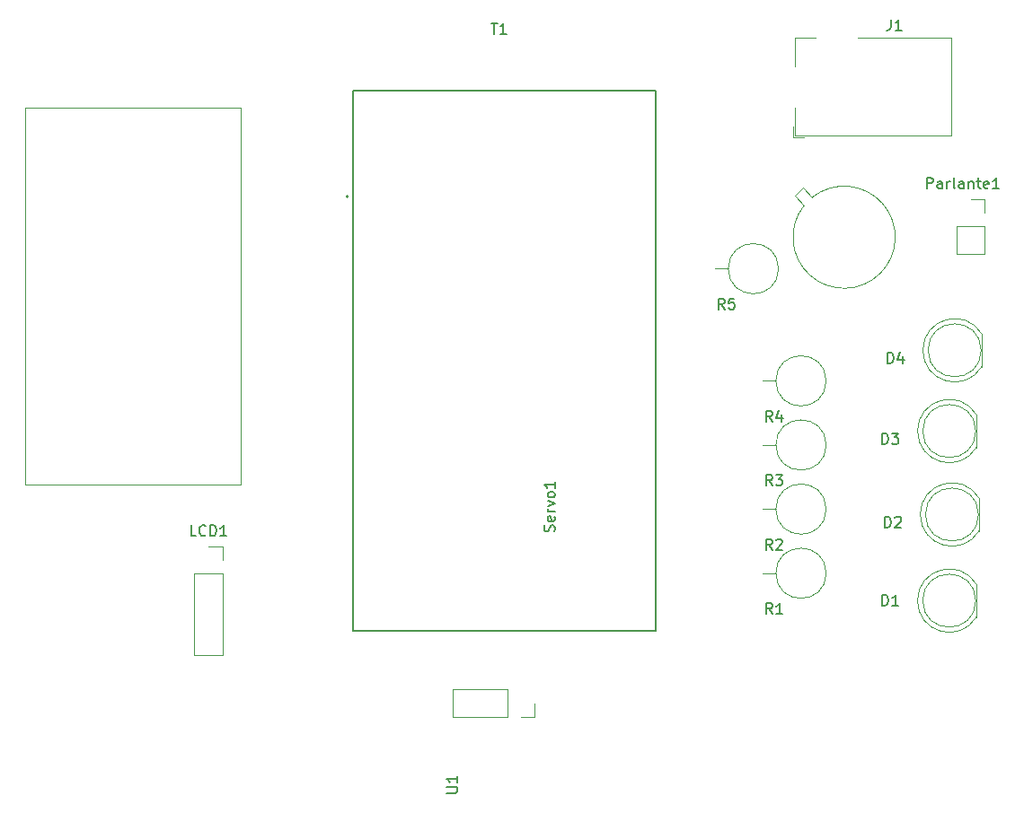
<source format=gbr>
%TF.GenerationSoftware,KiCad,Pcbnew,7.0.8*%
%TF.CreationDate,2023-11-17T11:36:36-05:00*%
%TF.ProjectId,PCB Basurainador,50434220-4261-4737-9572-61696e61646f,rev?*%
%TF.SameCoordinates,Original*%
%TF.FileFunction,Legend,Top*%
%TF.FilePolarity,Positive*%
%FSLAX46Y46*%
G04 Gerber Fmt 4.6, Leading zero omitted, Abs format (unit mm)*
G04 Created by KiCad (PCBNEW 7.0.8) date 2023-11-17 11:36:36*
%MOMM*%
%LPD*%
G01*
G04 APERTURE LIST*
%ADD10C,0.150000*%
%ADD11C,0.120000*%
%ADD12C,0.100000*%
%ADD13C,0.127000*%
%ADD14C,0.200000*%
G04 APERTURE END LIST*
D10*
X98212333Y-69783819D02*
X97879000Y-69307628D01*
X97640905Y-69783819D02*
X97640905Y-68783819D01*
X97640905Y-68783819D02*
X98021857Y-68783819D01*
X98021857Y-68783819D02*
X98117095Y-68831438D01*
X98117095Y-68831438D02*
X98164714Y-68879057D01*
X98164714Y-68879057D02*
X98212333Y-68974295D01*
X98212333Y-68974295D02*
X98212333Y-69117152D01*
X98212333Y-69117152D02*
X98164714Y-69212390D01*
X98164714Y-69212390D02*
X98117095Y-69260009D01*
X98117095Y-69260009D02*
X98021857Y-69307628D01*
X98021857Y-69307628D02*
X97640905Y-69307628D01*
X99117095Y-68783819D02*
X98640905Y-68783819D01*
X98640905Y-68783819D02*
X98593286Y-69260009D01*
X98593286Y-69260009D02*
X98640905Y-69212390D01*
X98640905Y-69212390D02*
X98736143Y-69164771D01*
X98736143Y-69164771D02*
X98974238Y-69164771D01*
X98974238Y-69164771D02*
X99069476Y-69212390D01*
X99069476Y-69212390D02*
X99117095Y-69260009D01*
X99117095Y-69260009D02*
X99164714Y-69355247D01*
X99164714Y-69355247D02*
X99164714Y-69593342D01*
X99164714Y-69593342D02*
X99117095Y-69688580D01*
X99117095Y-69688580D02*
X99069476Y-69736200D01*
X99069476Y-69736200D02*
X98974238Y-69783819D01*
X98974238Y-69783819D02*
X98736143Y-69783819D01*
X98736143Y-69783819D02*
X98640905Y-69736200D01*
X98640905Y-69736200D02*
X98593286Y-69688580D01*
X102703333Y-98520819D02*
X102370000Y-98044628D01*
X102131905Y-98520819D02*
X102131905Y-97520819D01*
X102131905Y-97520819D02*
X102512857Y-97520819D01*
X102512857Y-97520819D02*
X102608095Y-97568438D01*
X102608095Y-97568438D02*
X102655714Y-97616057D01*
X102655714Y-97616057D02*
X102703333Y-97711295D01*
X102703333Y-97711295D02*
X102703333Y-97854152D01*
X102703333Y-97854152D02*
X102655714Y-97949390D01*
X102655714Y-97949390D02*
X102608095Y-97997009D01*
X102608095Y-97997009D02*
X102512857Y-98044628D01*
X102512857Y-98044628D02*
X102131905Y-98044628D01*
X103655714Y-98520819D02*
X103084286Y-98520819D01*
X103370000Y-98520819D02*
X103370000Y-97520819D01*
X103370000Y-97520819D02*
X103274762Y-97663676D01*
X103274762Y-97663676D02*
X103179524Y-97758914D01*
X103179524Y-97758914D02*
X103084286Y-97806533D01*
X102703333Y-92470819D02*
X102370000Y-91994628D01*
X102131905Y-92470819D02*
X102131905Y-91470819D01*
X102131905Y-91470819D02*
X102512857Y-91470819D01*
X102512857Y-91470819D02*
X102608095Y-91518438D01*
X102608095Y-91518438D02*
X102655714Y-91566057D01*
X102655714Y-91566057D02*
X102703333Y-91661295D01*
X102703333Y-91661295D02*
X102703333Y-91804152D01*
X102703333Y-91804152D02*
X102655714Y-91899390D01*
X102655714Y-91899390D02*
X102608095Y-91947009D01*
X102608095Y-91947009D02*
X102512857Y-91994628D01*
X102512857Y-91994628D02*
X102131905Y-91994628D01*
X103084286Y-91566057D02*
X103131905Y-91518438D01*
X103131905Y-91518438D02*
X103227143Y-91470819D01*
X103227143Y-91470819D02*
X103465238Y-91470819D01*
X103465238Y-91470819D02*
X103560476Y-91518438D01*
X103560476Y-91518438D02*
X103608095Y-91566057D01*
X103608095Y-91566057D02*
X103655714Y-91661295D01*
X103655714Y-91661295D02*
X103655714Y-91756533D01*
X103655714Y-91756533D02*
X103608095Y-91899390D01*
X103608095Y-91899390D02*
X103036667Y-92470819D01*
X103036667Y-92470819D02*
X103655714Y-92470819D01*
X113312905Y-90370819D02*
X113312905Y-89370819D01*
X113312905Y-89370819D02*
X113551000Y-89370819D01*
X113551000Y-89370819D02*
X113693857Y-89418438D01*
X113693857Y-89418438D02*
X113789095Y-89513676D01*
X113789095Y-89513676D02*
X113836714Y-89608914D01*
X113836714Y-89608914D02*
X113884333Y-89799390D01*
X113884333Y-89799390D02*
X113884333Y-89942247D01*
X113884333Y-89942247D02*
X113836714Y-90132723D01*
X113836714Y-90132723D02*
X113789095Y-90227961D01*
X113789095Y-90227961D02*
X113693857Y-90323200D01*
X113693857Y-90323200D02*
X113551000Y-90370819D01*
X113551000Y-90370819D02*
X113312905Y-90370819D01*
X114265286Y-89466057D02*
X114312905Y-89418438D01*
X114312905Y-89418438D02*
X114408143Y-89370819D01*
X114408143Y-89370819D02*
X114646238Y-89370819D01*
X114646238Y-89370819D02*
X114741476Y-89418438D01*
X114741476Y-89418438D02*
X114789095Y-89466057D01*
X114789095Y-89466057D02*
X114836714Y-89561295D01*
X114836714Y-89561295D02*
X114836714Y-89656533D01*
X114836714Y-89656533D02*
X114789095Y-89799390D01*
X114789095Y-89799390D02*
X114217667Y-90370819D01*
X114217667Y-90370819D02*
X114836714Y-90370819D01*
X76202095Y-42821819D02*
X76773523Y-42821819D01*
X76487809Y-43821819D02*
X76487809Y-42821819D01*
X77630666Y-43821819D02*
X77059238Y-43821819D01*
X77344952Y-43821819D02*
X77344952Y-42821819D01*
X77344952Y-42821819D02*
X77249714Y-42964676D01*
X77249714Y-42964676D02*
X77154476Y-43059914D01*
X77154476Y-43059914D02*
X77059238Y-43107533D01*
X72011819Y-115415904D02*
X72821342Y-115415904D01*
X72821342Y-115415904D02*
X72916580Y-115368285D01*
X72916580Y-115368285D02*
X72964200Y-115320666D01*
X72964200Y-115320666D02*
X73011819Y-115225428D01*
X73011819Y-115225428D02*
X73011819Y-115034952D01*
X73011819Y-115034952D02*
X72964200Y-114939714D01*
X72964200Y-114939714D02*
X72916580Y-114892095D01*
X72916580Y-114892095D02*
X72821342Y-114844476D01*
X72821342Y-114844476D02*
X72011819Y-114844476D01*
X73011819Y-113844476D02*
X73011819Y-114415904D01*
X73011819Y-114130190D02*
X72011819Y-114130190D01*
X72011819Y-114130190D02*
X72154676Y-114225428D01*
X72154676Y-114225428D02*
X72249914Y-114320666D01*
X72249914Y-114320666D02*
X72297533Y-114415904D01*
X102703333Y-80370819D02*
X102370000Y-79894628D01*
X102131905Y-80370819D02*
X102131905Y-79370819D01*
X102131905Y-79370819D02*
X102512857Y-79370819D01*
X102512857Y-79370819D02*
X102608095Y-79418438D01*
X102608095Y-79418438D02*
X102655714Y-79466057D01*
X102655714Y-79466057D02*
X102703333Y-79561295D01*
X102703333Y-79561295D02*
X102703333Y-79704152D01*
X102703333Y-79704152D02*
X102655714Y-79799390D01*
X102655714Y-79799390D02*
X102608095Y-79847009D01*
X102608095Y-79847009D02*
X102512857Y-79894628D01*
X102512857Y-79894628D02*
X102131905Y-79894628D01*
X103560476Y-79704152D02*
X103560476Y-80370819D01*
X103322381Y-79323200D02*
X103084286Y-80037485D01*
X103084286Y-80037485D02*
X103703333Y-80037485D01*
X113561905Y-74876819D02*
X113561905Y-73876819D01*
X113561905Y-73876819D02*
X113800000Y-73876819D01*
X113800000Y-73876819D02*
X113942857Y-73924438D01*
X113942857Y-73924438D02*
X114038095Y-74019676D01*
X114038095Y-74019676D02*
X114085714Y-74114914D01*
X114085714Y-74114914D02*
X114133333Y-74305390D01*
X114133333Y-74305390D02*
X114133333Y-74448247D01*
X114133333Y-74448247D02*
X114085714Y-74638723D01*
X114085714Y-74638723D02*
X114038095Y-74733961D01*
X114038095Y-74733961D02*
X113942857Y-74829200D01*
X113942857Y-74829200D02*
X113800000Y-74876819D01*
X113800000Y-74876819D02*
X113561905Y-74876819D01*
X114990476Y-74210152D02*
X114990476Y-74876819D01*
X114752381Y-73829200D02*
X114514286Y-74543485D01*
X114514286Y-74543485D02*
X115133333Y-74543485D01*
X48388333Y-91166819D02*
X47912143Y-91166819D01*
X47912143Y-91166819D02*
X47912143Y-90166819D01*
X49293095Y-91071580D02*
X49245476Y-91119200D01*
X49245476Y-91119200D02*
X49102619Y-91166819D01*
X49102619Y-91166819D02*
X49007381Y-91166819D01*
X49007381Y-91166819D02*
X48864524Y-91119200D01*
X48864524Y-91119200D02*
X48769286Y-91023961D01*
X48769286Y-91023961D02*
X48721667Y-90928723D01*
X48721667Y-90928723D02*
X48674048Y-90738247D01*
X48674048Y-90738247D02*
X48674048Y-90595390D01*
X48674048Y-90595390D02*
X48721667Y-90404914D01*
X48721667Y-90404914D02*
X48769286Y-90309676D01*
X48769286Y-90309676D02*
X48864524Y-90214438D01*
X48864524Y-90214438D02*
X49007381Y-90166819D01*
X49007381Y-90166819D02*
X49102619Y-90166819D01*
X49102619Y-90166819D02*
X49245476Y-90214438D01*
X49245476Y-90214438D02*
X49293095Y-90262057D01*
X49721667Y-91166819D02*
X49721667Y-90166819D01*
X49721667Y-90166819D02*
X49959762Y-90166819D01*
X49959762Y-90166819D02*
X50102619Y-90214438D01*
X50102619Y-90214438D02*
X50197857Y-90309676D01*
X50197857Y-90309676D02*
X50245476Y-90404914D01*
X50245476Y-90404914D02*
X50293095Y-90595390D01*
X50293095Y-90595390D02*
X50293095Y-90738247D01*
X50293095Y-90738247D02*
X50245476Y-90928723D01*
X50245476Y-90928723D02*
X50197857Y-91023961D01*
X50197857Y-91023961D02*
X50102619Y-91119200D01*
X50102619Y-91119200D02*
X49959762Y-91166819D01*
X49959762Y-91166819D02*
X49721667Y-91166819D01*
X51245476Y-91166819D02*
X50674048Y-91166819D01*
X50959762Y-91166819D02*
X50959762Y-90166819D01*
X50959762Y-90166819D02*
X50864524Y-90309676D01*
X50864524Y-90309676D02*
X50769286Y-90404914D01*
X50769286Y-90404914D02*
X50674048Y-90452533D01*
X113058905Y-82496819D02*
X113058905Y-81496819D01*
X113058905Y-81496819D02*
X113297000Y-81496819D01*
X113297000Y-81496819D02*
X113439857Y-81544438D01*
X113439857Y-81544438D02*
X113535095Y-81639676D01*
X113535095Y-81639676D02*
X113582714Y-81734914D01*
X113582714Y-81734914D02*
X113630333Y-81925390D01*
X113630333Y-81925390D02*
X113630333Y-82068247D01*
X113630333Y-82068247D02*
X113582714Y-82258723D01*
X113582714Y-82258723D02*
X113535095Y-82353961D01*
X113535095Y-82353961D02*
X113439857Y-82449200D01*
X113439857Y-82449200D02*
X113297000Y-82496819D01*
X113297000Y-82496819D02*
X113058905Y-82496819D01*
X113963667Y-81496819D02*
X114582714Y-81496819D01*
X114582714Y-81496819D02*
X114249381Y-81877771D01*
X114249381Y-81877771D02*
X114392238Y-81877771D01*
X114392238Y-81877771D02*
X114487476Y-81925390D01*
X114487476Y-81925390D02*
X114535095Y-81973009D01*
X114535095Y-81973009D02*
X114582714Y-82068247D01*
X114582714Y-82068247D02*
X114582714Y-82306342D01*
X114582714Y-82306342D02*
X114535095Y-82401580D01*
X114535095Y-82401580D02*
X114487476Y-82449200D01*
X114487476Y-82449200D02*
X114392238Y-82496819D01*
X114392238Y-82496819D02*
X114106524Y-82496819D01*
X114106524Y-82496819D02*
X114011286Y-82449200D01*
X114011286Y-82449200D02*
X113963667Y-82401580D01*
X113876666Y-42472819D02*
X113876666Y-43187104D01*
X113876666Y-43187104D02*
X113829047Y-43329961D01*
X113829047Y-43329961D02*
X113733809Y-43425200D01*
X113733809Y-43425200D02*
X113590952Y-43472819D01*
X113590952Y-43472819D02*
X113495714Y-43472819D01*
X114876666Y-43472819D02*
X114305238Y-43472819D01*
X114590952Y-43472819D02*
X114590952Y-42472819D01*
X114590952Y-42472819D02*
X114495714Y-42615676D01*
X114495714Y-42615676D02*
X114400476Y-42710914D01*
X114400476Y-42710914D02*
X114305238Y-42758533D01*
X102703333Y-86420819D02*
X102370000Y-85944628D01*
X102131905Y-86420819D02*
X102131905Y-85420819D01*
X102131905Y-85420819D02*
X102512857Y-85420819D01*
X102512857Y-85420819D02*
X102608095Y-85468438D01*
X102608095Y-85468438D02*
X102655714Y-85516057D01*
X102655714Y-85516057D02*
X102703333Y-85611295D01*
X102703333Y-85611295D02*
X102703333Y-85754152D01*
X102703333Y-85754152D02*
X102655714Y-85849390D01*
X102655714Y-85849390D02*
X102608095Y-85897009D01*
X102608095Y-85897009D02*
X102512857Y-85944628D01*
X102512857Y-85944628D02*
X102131905Y-85944628D01*
X103036667Y-85420819D02*
X103655714Y-85420819D01*
X103655714Y-85420819D02*
X103322381Y-85801771D01*
X103322381Y-85801771D02*
X103465238Y-85801771D01*
X103465238Y-85801771D02*
X103560476Y-85849390D01*
X103560476Y-85849390D02*
X103608095Y-85897009D01*
X103608095Y-85897009D02*
X103655714Y-85992247D01*
X103655714Y-85992247D02*
X103655714Y-86230342D01*
X103655714Y-86230342D02*
X103608095Y-86325580D01*
X103608095Y-86325580D02*
X103560476Y-86373200D01*
X103560476Y-86373200D02*
X103465238Y-86420819D01*
X103465238Y-86420819D02*
X103179524Y-86420819D01*
X103179524Y-86420819D02*
X103084286Y-86373200D01*
X103084286Y-86373200D02*
X103036667Y-86325580D01*
X117269047Y-58390819D02*
X117269047Y-57390819D01*
X117269047Y-57390819D02*
X117649999Y-57390819D01*
X117649999Y-57390819D02*
X117745237Y-57438438D01*
X117745237Y-57438438D02*
X117792856Y-57486057D01*
X117792856Y-57486057D02*
X117840475Y-57581295D01*
X117840475Y-57581295D02*
X117840475Y-57724152D01*
X117840475Y-57724152D02*
X117792856Y-57819390D01*
X117792856Y-57819390D02*
X117745237Y-57867009D01*
X117745237Y-57867009D02*
X117649999Y-57914628D01*
X117649999Y-57914628D02*
X117269047Y-57914628D01*
X118697618Y-58390819D02*
X118697618Y-57867009D01*
X118697618Y-57867009D02*
X118649999Y-57771771D01*
X118649999Y-57771771D02*
X118554761Y-57724152D01*
X118554761Y-57724152D02*
X118364285Y-57724152D01*
X118364285Y-57724152D02*
X118269047Y-57771771D01*
X118697618Y-58343200D02*
X118602380Y-58390819D01*
X118602380Y-58390819D02*
X118364285Y-58390819D01*
X118364285Y-58390819D02*
X118269047Y-58343200D01*
X118269047Y-58343200D02*
X118221428Y-58247961D01*
X118221428Y-58247961D02*
X118221428Y-58152723D01*
X118221428Y-58152723D02*
X118269047Y-58057485D01*
X118269047Y-58057485D02*
X118364285Y-58009866D01*
X118364285Y-58009866D02*
X118602380Y-58009866D01*
X118602380Y-58009866D02*
X118697618Y-57962247D01*
X119173809Y-58390819D02*
X119173809Y-57724152D01*
X119173809Y-57914628D02*
X119221428Y-57819390D01*
X119221428Y-57819390D02*
X119269047Y-57771771D01*
X119269047Y-57771771D02*
X119364285Y-57724152D01*
X119364285Y-57724152D02*
X119459523Y-57724152D01*
X119935714Y-58390819D02*
X119840476Y-58343200D01*
X119840476Y-58343200D02*
X119792857Y-58247961D01*
X119792857Y-58247961D02*
X119792857Y-57390819D01*
X120745238Y-58390819D02*
X120745238Y-57867009D01*
X120745238Y-57867009D02*
X120697619Y-57771771D01*
X120697619Y-57771771D02*
X120602381Y-57724152D01*
X120602381Y-57724152D02*
X120411905Y-57724152D01*
X120411905Y-57724152D02*
X120316667Y-57771771D01*
X120745238Y-58343200D02*
X120650000Y-58390819D01*
X120650000Y-58390819D02*
X120411905Y-58390819D01*
X120411905Y-58390819D02*
X120316667Y-58343200D01*
X120316667Y-58343200D02*
X120269048Y-58247961D01*
X120269048Y-58247961D02*
X120269048Y-58152723D01*
X120269048Y-58152723D02*
X120316667Y-58057485D01*
X120316667Y-58057485D02*
X120411905Y-58009866D01*
X120411905Y-58009866D02*
X120650000Y-58009866D01*
X120650000Y-58009866D02*
X120745238Y-57962247D01*
X121221429Y-57724152D02*
X121221429Y-58390819D01*
X121221429Y-57819390D02*
X121269048Y-57771771D01*
X121269048Y-57771771D02*
X121364286Y-57724152D01*
X121364286Y-57724152D02*
X121507143Y-57724152D01*
X121507143Y-57724152D02*
X121602381Y-57771771D01*
X121602381Y-57771771D02*
X121650000Y-57867009D01*
X121650000Y-57867009D02*
X121650000Y-58390819D01*
X121983334Y-57724152D02*
X122364286Y-57724152D01*
X122126191Y-57390819D02*
X122126191Y-58247961D01*
X122126191Y-58247961D02*
X122173810Y-58343200D01*
X122173810Y-58343200D02*
X122269048Y-58390819D01*
X122269048Y-58390819D02*
X122364286Y-58390819D01*
X123078572Y-58343200D02*
X122983334Y-58390819D01*
X122983334Y-58390819D02*
X122792858Y-58390819D01*
X122792858Y-58390819D02*
X122697620Y-58343200D01*
X122697620Y-58343200D02*
X122650001Y-58247961D01*
X122650001Y-58247961D02*
X122650001Y-57867009D01*
X122650001Y-57867009D02*
X122697620Y-57771771D01*
X122697620Y-57771771D02*
X122792858Y-57724152D01*
X122792858Y-57724152D02*
X122983334Y-57724152D01*
X122983334Y-57724152D02*
X123078572Y-57771771D01*
X123078572Y-57771771D02*
X123126191Y-57867009D01*
X123126191Y-57867009D02*
X123126191Y-57962247D01*
X123126191Y-57962247D02*
X122650001Y-58057485D01*
X124078572Y-58390819D02*
X123507144Y-58390819D01*
X123792858Y-58390819D02*
X123792858Y-57390819D01*
X123792858Y-57390819D02*
X123697620Y-57533676D01*
X123697620Y-57533676D02*
X123602382Y-57628914D01*
X123602382Y-57628914D02*
X123507144Y-57676533D01*
X82156200Y-90748333D02*
X82203819Y-90605476D01*
X82203819Y-90605476D02*
X82203819Y-90367381D01*
X82203819Y-90367381D02*
X82156200Y-90272143D01*
X82156200Y-90272143D02*
X82108580Y-90224524D01*
X82108580Y-90224524D02*
X82013342Y-90176905D01*
X82013342Y-90176905D02*
X81918104Y-90176905D01*
X81918104Y-90176905D02*
X81822866Y-90224524D01*
X81822866Y-90224524D02*
X81775247Y-90272143D01*
X81775247Y-90272143D02*
X81727628Y-90367381D01*
X81727628Y-90367381D02*
X81680009Y-90557857D01*
X81680009Y-90557857D02*
X81632390Y-90653095D01*
X81632390Y-90653095D02*
X81584771Y-90700714D01*
X81584771Y-90700714D02*
X81489533Y-90748333D01*
X81489533Y-90748333D02*
X81394295Y-90748333D01*
X81394295Y-90748333D02*
X81299057Y-90700714D01*
X81299057Y-90700714D02*
X81251438Y-90653095D01*
X81251438Y-90653095D02*
X81203819Y-90557857D01*
X81203819Y-90557857D02*
X81203819Y-90319762D01*
X81203819Y-90319762D02*
X81251438Y-90176905D01*
X82156200Y-89367381D02*
X82203819Y-89462619D01*
X82203819Y-89462619D02*
X82203819Y-89653095D01*
X82203819Y-89653095D02*
X82156200Y-89748333D01*
X82156200Y-89748333D02*
X82060961Y-89795952D01*
X82060961Y-89795952D02*
X81680009Y-89795952D01*
X81680009Y-89795952D02*
X81584771Y-89748333D01*
X81584771Y-89748333D02*
X81537152Y-89653095D01*
X81537152Y-89653095D02*
X81537152Y-89462619D01*
X81537152Y-89462619D02*
X81584771Y-89367381D01*
X81584771Y-89367381D02*
X81680009Y-89319762D01*
X81680009Y-89319762D02*
X81775247Y-89319762D01*
X81775247Y-89319762D02*
X81870485Y-89795952D01*
X82203819Y-88891190D02*
X81537152Y-88891190D01*
X81727628Y-88891190D02*
X81632390Y-88843571D01*
X81632390Y-88843571D02*
X81584771Y-88795952D01*
X81584771Y-88795952D02*
X81537152Y-88700714D01*
X81537152Y-88700714D02*
X81537152Y-88605476D01*
X81537152Y-88367380D02*
X82203819Y-88129285D01*
X82203819Y-88129285D02*
X81537152Y-87891190D01*
X82203819Y-87367380D02*
X82156200Y-87462618D01*
X82156200Y-87462618D02*
X82108580Y-87510237D01*
X82108580Y-87510237D02*
X82013342Y-87557856D01*
X82013342Y-87557856D02*
X81727628Y-87557856D01*
X81727628Y-87557856D02*
X81632390Y-87510237D01*
X81632390Y-87510237D02*
X81584771Y-87462618D01*
X81584771Y-87462618D02*
X81537152Y-87367380D01*
X81537152Y-87367380D02*
X81537152Y-87224523D01*
X81537152Y-87224523D02*
X81584771Y-87129285D01*
X81584771Y-87129285D02*
X81632390Y-87081666D01*
X81632390Y-87081666D02*
X81727628Y-87034047D01*
X81727628Y-87034047D02*
X82013342Y-87034047D01*
X82013342Y-87034047D02*
X82108580Y-87081666D01*
X82108580Y-87081666D02*
X82156200Y-87129285D01*
X82156200Y-87129285D02*
X82203819Y-87224523D01*
X82203819Y-87224523D02*
X82203819Y-87367380D01*
X82203819Y-86081666D02*
X82203819Y-86653094D01*
X82203819Y-86367380D02*
X81203819Y-86367380D01*
X81203819Y-86367380D02*
X81346676Y-86462618D01*
X81346676Y-86462618D02*
X81441914Y-86557856D01*
X81441914Y-86557856D02*
X81489533Y-86653094D01*
X113053905Y-97736819D02*
X113053905Y-96736819D01*
X113053905Y-96736819D02*
X113292000Y-96736819D01*
X113292000Y-96736819D02*
X113434857Y-96784438D01*
X113434857Y-96784438D02*
X113530095Y-96879676D01*
X113530095Y-96879676D02*
X113577714Y-96974914D01*
X113577714Y-96974914D02*
X113625333Y-97165390D01*
X113625333Y-97165390D02*
X113625333Y-97308247D01*
X113625333Y-97308247D02*
X113577714Y-97498723D01*
X113577714Y-97498723D02*
X113530095Y-97593961D01*
X113530095Y-97593961D02*
X113434857Y-97689200D01*
X113434857Y-97689200D02*
X113292000Y-97736819D01*
X113292000Y-97736819D02*
X113053905Y-97736819D01*
X114577714Y-97736819D02*
X114006286Y-97736819D01*
X114292000Y-97736819D02*
X114292000Y-96736819D01*
X114292000Y-96736819D02*
X114196762Y-96879676D01*
X114196762Y-96879676D02*
X114101524Y-96974914D01*
X114101524Y-96974914D02*
X114006286Y-97022533D01*
D11*
%TO.C,R5*%
X98549000Y-65959000D02*
X97339000Y-65959000D01*
X103289000Y-65959000D02*
G75*
G03*
X103289000Y-65959000I-2370000J0D01*
G01*
%TO.C,R1*%
X103040000Y-94696000D02*
X101830000Y-94696000D01*
X107780000Y-94696000D02*
G75*
G03*
X107780000Y-94696000I-2370000J0D01*
G01*
%TO.C,R2*%
X103040000Y-88646000D02*
X101830000Y-88646000D01*
X107780000Y-88646000D02*
G75*
G03*
X107780000Y-88646000I-2370000J0D01*
G01*
%TO.C,D2*%
X122199000Y-90699000D02*
X122199000Y-87609000D01*
X116649001Y-89153538D02*
G75*
G03*
X122198999Y-90698830I2989999J-462D01*
G01*
X122199000Y-87609170D02*
G75*
G03*
X116649000Y-89154462I-2560000J-1544830D01*
G01*
X122139000Y-89154000D02*
G75*
G03*
X122139000Y-89154000I-2500000J0D01*
G01*
%TO.C,T1*%
X104808144Y-59103961D02*
X105699098Y-59994916D01*
X105585961Y-58326144D02*
X104808144Y-59103961D01*
X106476916Y-59217098D02*
X105585961Y-58326144D01*
X105699327Y-59994629D02*
G75*
G03*
X106476916Y-59217099I3774673J-2997371D01*
G01*
D12*
%TO.C,U2*%
X52578000Y-50800000D02*
X32258000Y-50800000D01*
X32258000Y-50800000D02*
X32258000Y-86360000D01*
X32258000Y-86360000D02*
X52578000Y-86360000D01*
X52578000Y-86360000D02*
X52578000Y-50800000D01*
D13*
%TO.C,U1*%
X63190000Y-49201000D02*
X74259000Y-49201000D01*
X63190000Y-49201000D02*
X91700000Y-49201000D01*
X63190000Y-100151000D02*
X63190000Y-49201000D01*
X63190000Y-100151000D02*
X63190000Y-49201000D01*
X63190000Y-100151000D02*
X68560000Y-100151000D01*
X68560000Y-100151000D02*
X86250000Y-100151000D01*
X74259000Y-49201000D02*
X80970000Y-49201000D01*
X80970000Y-49201000D02*
X91700000Y-49201000D01*
X86250000Y-100151000D02*
X91700000Y-100151000D01*
X91700000Y-49201000D02*
X91700000Y-100151000D01*
X91700000Y-49201000D02*
X91700000Y-100151000D01*
X91700000Y-100151000D02*
X63190000Y-100151000D01*
D14*
X62720000Y-59161000D02*
G75*
G03*
X62720000Y-59161000I-100000J0D01*
G01*
D11*
%TO.C,R4*%
X103040000Y-76546000D02*
X101830000Y-76546000D01*
X107780000Y-76546000D02*
G75*
G03*
X107780000Y-76546000I-2370000J0D01*
G01*
%TO.C,D4*%
X122448000Y-75205000D02*
X122448000Y-72115000D01*
X116898001Y-73659538D02*
G75*
G03*
X122447999Y-75204830I2989999J-462D01*
G01*
X122448000Y-72115170D02*
G75*
G03*
X116898000Y-73660462I-2560000J-1544830D01*
G01*
X122388000Y-73660000D02*
G75*
G03*
X122388000Y-73660000I-2500000J0D01*
G01*
%TO.C,LCD1*%
X48225000Y-94752000D02*
X48225000Y-102432000D01*
X48225000Y-94752000D02*
X50885000Y-94752000D01*
X48225000Y-102432000D02*
X50885000Y-102432000D01*
X49555000Y-92152000D02*
X50885000Y-92152000D01*
X50885000Y-92152000D02*
X50885000Y-93482000D01*
X50885000Y-94752000D02*
X50885000Y-102432000D01*
%TO.C,D3*%
X121945000Y-82825000D02*
X121945000Y-79735000D01*
X116395001Y-81279538D02*
G75*
G03*
X121944999Y-82824830I2989999J-462D01*
G01*
X121945000Y-79735170D02*
G75*
G03*
X116395000Y-81280462I-2560000J-1544830D01*
G01*
X121885000Y-81280000D02*
G75*
G03*
X121885000Y-81280000I-2500000J0D01*
G01*
%TO.C,J1*%
X119560000Y-53368000D02*
X104860000Y-53368000D01*
X119560000Y-44168000D02*
X119560000Y-53368000D01*
X110760000Y-44168000D02*
X119560000Y-44168000D01*
X105710000Y-53568000D02*
X104660000Y-53568000D01*
X104860000Y-53368000D02*
X104860000Y-50768000D01*
X104860000Y-46868000D02*
X104860000Y-44168000D01*
X104860000Y-44168000D02*
X106760000Y-44168000D01*
X104660000Y-52518000D02*
X104660000Y-53568000D01*
%TO.C,R3*%
X103040000Y-82596000D02*
X101830000Y-82596000D01*
X107780000Y-82596000D02*
G75*
G03*
X107780000Y-82596000I-2370000J0D01*
G01*
%TO.C,Parlante1*%
X120082000Y-61976000D02*
X120082000Y-64576000D01*
X120082000Y-61976000D02*
X122742000Y-61976000D01*
X120082000Y-64576000D02*
X122742000Y-64576000D01*
X121412000Y-59376000D02*
X122742000Y-59376000D01*
X122742000Y-59376000D02*
X122742000Y-60706000D01*
X122742000Y-61976000D02*
X122742000Y-64576000D01*
%TO.C,Servo1*%
X77709000Y-105629000D02*
X72569000Y-105629000D01*
X77709000Y-105629000D02*
X77709000Y-108289000D01*
X72569000Y-105629000D02*
X72569000Y-108289000D01*
X80309000Y-106959000D02*
X80309000Y-108289000D01*
X80309000Y-108289000D02*
X78979000Y-108289000D01*
X77709000Y-108289000D02*
X72569000Y-108289000D01*
%TO.C,D1*%
X121940000Y-98827000D02*
X121940000Y-95737000D01*
X116390001Y-97281538D02*
G75*
G03*
X121939999Y-98826830I2989999J-462D01*
G01*
X121940000Y-95737170D02*
G75*
G03*
X116390000Y-97282462I-2560000J-1544830D01*
G01*
X121880000Y-97282000D02*
G75*
G03*
X121880000Y-97282000I-2500000J0D01*
G01*
%TD*%
M02*

</source>
